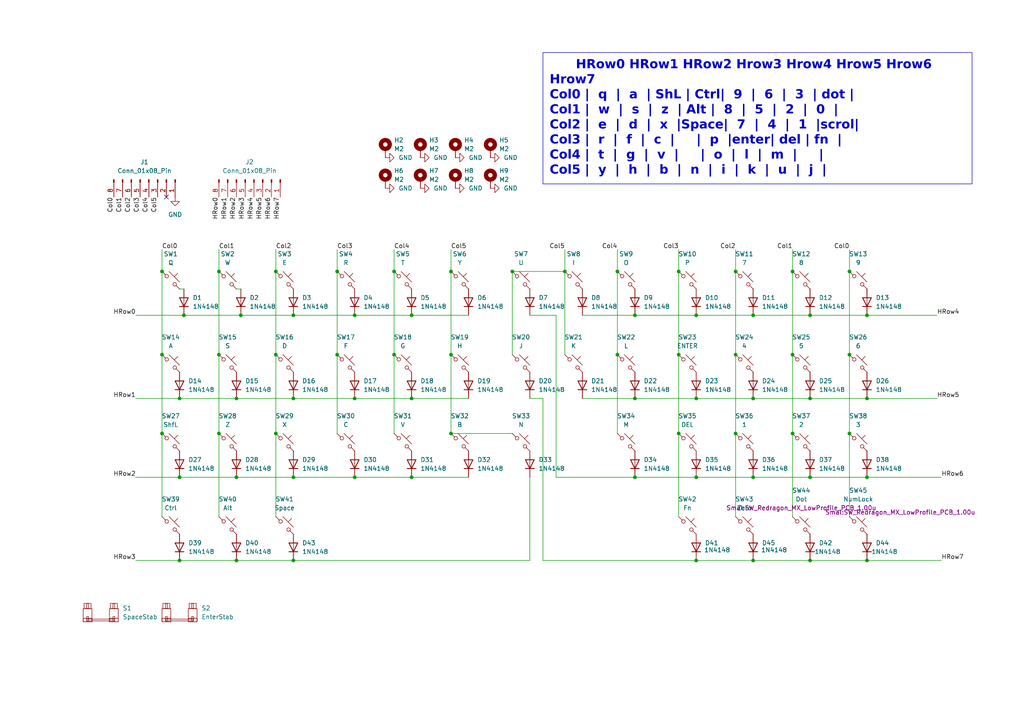
<source format=kicad_sch>
(kicad_sch (version 20231120) (generator "eeschema") (generator_version "8.0")
  (paper "A4")
  (junction (at 97.79 102.87))
  (junction (at 184.15 138.43))
  (junction (at 130.81 78.74))
  (junction (at 184.15 91.44))
  (junction (at 179.07 78.74))
  (junction (at 63.5 78.74))
  (junction (at 229.87 78.74))
  (junction (at 251.46 138.43))
  (junction (at 196.85 102.87))
  (junction (at 218.44 91.44))
  (junction (at 234.95 115.57))
  (junction (at 102.87 138.43))
  (junction (at 251.46 162.56))
  (junction (at 234.95 91.44))
  (junction (at 196.85 78.74))
  (junction (at 163.83 78.74))
  (junction (at 148.59 78.74))
  (junction (at 218.44 162.56))
  (junction (at 119.38 138.43))
  (junction (at 213.36 78.74))
  (junction (at 201.93 138.43))
  (junction (at 201.93 115.57))
  (junction (at 102.87 115.57))
  (junction (at 114.3 102.87))
  (junction (at 184.15 115.57))
  (junction (at 52.07 115.57))
  (junction (at 234.95 138.43))
  (junction (at 46.99 125.73))
  (junction (at 97.79 78.74))
  (junction (at 229.87 125.73))
  (junction (at 80.01 102.87))
  (junction (at 114.3 78.74))
  (junction (at 196.85 125.73))
  (junction (at 52.07 162.56))
  (junction (at 63.5 125.73))
  (junction (at 130.81 102.87))
  (junction (at 69.85 91.44))
  (junction (at 53.34 91.44))
  (junction (at 52.07 138.43))
  (junction (at 63.5 102.87))
  (junction (at 68.58 138.43))
  (junction (at 246.38 78.74))
  (junction (at 251.46 91.44))
  (junction (at 201.93 91.44))
  (junction (at 251.46 115.57))
  (junction (at 80.01 125.73))
  (junction (at 130.81 125.73))
  (junction (at 246.38 102.87))
  (junction (at 119.38 91.44))
  (junction (at 218.44 115.57))
  (junction (at 85.09 91.44))
  (junction (at 246.38 125.73))
  (junction (at 46.99 78.74))
  (junction (at 218.44 138.43))
  (junction (at 229.87 102.87))
  (junction (at 68.58 115.57))
  (junction (at 68.58 162.56))
  (junction (at 213.36 125.73))
  (junction (at 85.09 115.57))
  (junction (at 234.95 162.56))
  (junction (at 213.36 102.87))
  (junction (at 119.38 115.57))
  (junction (at 85.09 138.43))
  (junction (at 102.87 91.44))
  (junction (at 85.09 162.56))
  (junction (at 46.99 102.87))
  (junction (at 201.93 162.56))
  (junction (at 80.01 78.74))
  (junction (at 179.07 102.87))
  (no_connect (at 48.26 57.15))
  (wire (pts (xy 148.59 78.74) (xy 148.59 102.87)))
  (wire (pts (xy 114.3 78.74) (xy 114.3 102.87)))
  (wire (pts (xy 46.99 102.87) (xy 46.99 125.73)))
  (wire (pts (xy 119.38 138.43) (xy 135.89 138.43)))
  (wire (pts (xy 80.01 72.39) (xy 80.01 78.74)))
  (wire (pts (xy 102.87 138.43) (xy 119.38 138.43)))
  (wire (pts (xy 148.59 78.74) (xy 163.83 78.74)))
  (wire (pts (xy 80.01 78.74) (xy 80.01 102.87)))
  (wire (pts (xy 39.37 138.43) (xy 52.07 138.43)))
  (wire (pts (xy 153.67 115.57) (xy 157.48 115.57)))
  (wire (pts (xy 130.81 72.39) (xy 130.81 78.74)))
  (wire (pts (xy 251.46 115.57) (xy 271.78 115.57)))
  (wire (pts (xy 153.67 91.44) (xy 161.29 91.44)))
  (wire (pts (xy 218.44 91.44) (xy 234.95 91.44)))
  (wire (pts (xy 251.46 91.44) (xy 271.78 91.44)))
  (wire (pts (xy 46.99 72.39) (xy 46.99 78.74)))
  (wire (pts (xy 201.93 91.44) (xy 218.44 91.44)))
  (wire (pts (xy 63.5 72.39) (xy 63.5 78.74)))
  (wire (pts (xy 102.87 115.57) (xy 119.38 115.57)))
  (wire (pts (xy 153.67 162.56) (xy 153.67 138.43)))
  (wire (pts (xy 246.38 72.39) (xy 246.38 78.74)))
  (wire (pts (xy 130.81 102.87) (xy 130.81 125.73)))
  (wire (pts (xy 161.29 138.43) (xy 184.15 138.43)))
  (wire (pts (xy 196.85 72.39) (xy 196.85 78.74)))
  (wire (pts (xy 52.07 138.43) (xy 68.58 138.43)))
  (wire (pts (xy 196.85 78.74) (xy 196.85 102.87)))
  (wire (pts (xy 196.85 125.73) (xy 196.85 149.86)))
  (wire (pts (xy 234.95 91.44) (xy 251.46 91.44)))
  (wire (pts (xy 246.38 149.86) (xy 246.38 125.73)))
  (wire (pts (xy 229.87 102.87) (xy 229.87 125.73)))
  (wire (pts (xy 246.38 102.87) (xy 246.38 125.73)))
  (wire (pts (xy 218.44 162.56) (xy 234.95 162.56)))
  (wire (pts (xy 119.38 115.57) (xy 135.89 115.57)))
  (wire (pts (xy 184.15 115.57) (xy 201.93 115.57)))
  (wire (pts (xy 85.09 115.57) (xy 102.87 115.57)))
  (wire (pts (xy 163.83 78.74) (xy 163.83 102.87)))
  (wire (pts (xy 213.36 102.87) (xy 213.36 125.73)))
  (wire (pts (xy 80.01 125.73) (xy 80.01 149.86)))
  (wire (pts (xy 168.91 115.57) (xy 184.15 115.57)))
  (wire (pts (xy 179.07 72.39) (xy 179.07 78.74)))
  (wire (pts (xy 85.09 138.43) (xy 102.87 138.43)))
  (wire (pts (xy 234.95 162.56) (xy 251.46 162.56)))
  (wire (pts (xy 46.99 125.73) (xy 46.99 149.86)))
  (wire (pts (xy 52.07 162.56) (xy 68.58 162.56)))
  (wire (pts (xy 229.87 78.74) (xy 229.87 102.87)))
  (wire (pts (xy 148.59 125.73) (xy 130.81 125.73)))
  (wire (pts (xy 161.29 91.44) (xy 161.29 138.43)))
  (wire (pts (xy 184.15 91.44) (xy 201.93 91.44)))
  (wire (pts (xy 114.3 72.39) (xy 114.3 78.74)))
  (wire (pts (xy 97.79 78.74) (xy 97.79 102.87)))
  (wire (pts (xy 213.36 125.73) (xy 213.36 149.86)))
  (wire (pts (xy 114.3 102.87) (xy 114.3 125.73)))
  (wire (pts (xy 39.37 115.57) (xy 52.07 115.57)))
  (wire (pts (xy 218.44 138.43) (xy 234.95 138.43)))
  (wire (pts (xy 97.79 72.39) (xy 97.79 78.74)))
  (wire (pts (xy 52.07 115.57) (xy 68.58 115.57)))
  (wire (pts (xy 46.99 78.74) (xy 46.99 102.87)))
  (wire (pts (xy 251.46 162.56) (xy 273.05 162.56)))
  (wire (pts (xy 234.95 115.57) (xy 251.46 115.57)))
  (wire (pts (xy 119.38 91.44) (xy 135.89 91.44)))
  (wire (pts (xy 39.37 162.56) (xy 52.07 162.56)))
  (wire (pts (xy 85.09 162.56) (xy 153.67 162.56)))
  (wire (pts (xy 102.87 91.44) (xy 119.38 91.44)))
  (wire (pts (xy 157.48 162.56) (xy 201.93 162.56)))
  (wire (pts (xy 213.36 78.74) (xy 213.36 102.87)))
  (wire (pts (xy 201.93 115.57) (xy 218.44 115.57)))
  (wire (pts (xy 234.95 138.43) (xy 251.46 138.43)))
  (wire (pts (xy 218.44 115.57) (xy 234.95 115.57)))
  (wire (pts (xy 213.36 72.39) (xy 213.36 78.74)))
  (wire (pts (xy 184.15 138.43) (xy 201.93 138.43)))
  (wire (pts (xy 63.5 125.73) (xy 63.5 149.86)))
  (wire (pts (xy 69.85 83.82) (xy 68.58 83.82)))
  (wire (pts (xy 85.09 91.44) (xy 102.87 91.44)))
  (wire (pts (xy 63.5 78.74) (xy 63.5 102.87)))
  (wire (pts (xy 63.5 102.87) (xy 63.5 125.73)))
  (wire (pts (xy 229.87 125.73) (xy 229.87 149.86)))
  (wire (pts (xy 179.07 78.74) (xy 179.07 102.87)))
  (wire (pts (xy 130.81 78.74) (xy 130.81 102.87)))
  (wire (pts (xy 157.48 115.57) (xy 157.48 162.56)))
  (wire (pts (xy 39.37 91.44) (xy 53.34 91.44)))
  (wire (pts (xy 68.58 162.56) (xy 85.09 162.56)))
  (wire (pts (xy 246.38 78.74) (xy 246.38 102.87)))
  (wire (pts (xy 251.46 138.43) (xy 273.05 138.43)))
  (wire (pts (xy 196.85 102.87) (xy 196.85 125.73)))
  (wire (pts (xy 179.07 102.87) (xy 179.07 125.73)))
  (wire (pts (xy 69.85 91.44) (xy 85.09 91.44)))
  (wire (pts (xy 53.34 83.82) (xy 52.07 83.82)))
  (wire (pts (xy 80.01 102.87) (xy 80.01 125.73)))
  (wire (pts (xy 201.93 138.43) (xy 218.44 138.43)))
  (wire (pts (xy 68.58 138.43) (xy 85.09 138.43)))
  (wire (pts (xy 53.34 91.44) (xy 69.85 91.44)))
  (wire (pts (xy 68.58 115.57) (xy 85.09 115.57)))
  (wire (pts (xy 229.87 72.39) (xy 229.87 78.74)))
  (wire (pts (xy 97.79 102.87) (xy 97.79 125.73)))
  (wire (pts (xy 168.91 91.44) (xy 184.15 91.44)))
  (wire (pts (xy 201.93 162.56) (xy 218.44 162.56)))
  (wire (pts (xy 163.83 72.39) (xy 163.83 78.74)))
  (text_box "      HRow0 HRow1 HRow2 Hrow3 Hrow4 Hrow5 Hrow6 Hrow7\nCol0 |  q  |  a  | ShL | Ctrl|  9  |  6  |  3  | dot |\nCol1 |  w  |  s  |  z  | Alt |  8  |  5  |  2  |  0  |\nCol2 |  e  |  d  |  x  |Space|  7  |  4  |  1  |scrol|\nCol3 |  r  |  f  |  c  |     |  p  |enter| del | fn  |\nCol4 |  t  |  g  |  v  |     |  o  |  l  |  m  |     |\nCol5 |  y  |  h  |  b  |  n  |  i  |  k  |  u  |  j  |" (at 157.48 15.24 0) (size 124.46 38.1) (effects (font (size 2.6 2.6) (thickness 0.52) (bold yes)) (justify left top)))
  (label "Col2" (at 213.36 72.39 180))
  (label "HRow4" (at 271.78 91.44 0))
  (label "HRow3" (at 39.37 162.56 180))
  (label "Col2" (at 80.01 72.39 0))
  (label "HRow5" (at 271.78 115.57 0))
  (label "Col5" (at 45.72 57.15 270))
  (label "HRow6" (at 273.05 138.43 0))
  (label "Col3" (at 97.79 72.39 0))
  (label "Col4" (at 43.18 57.15 270))
  (label "HRow6" (at 78.74 57.15 270))
  (label "Col3" (at 196.85 72.39 180))
  (label "Col0" (at 33.02 57.15 270))
  (label "HRow7" (at 81.28 57.15 270))
  (label "Col3" (at 40.64 57.15 270))
  (label "Col0" (at 246.38 72.39 180))
  (label "HRow3" (at 71.12 57.15 270))
  (label "HRow2" (at 39.37 138.43 180))
  (label "HRow4" (at 73.66 57.15 270))
  (label "HRow1" (at 66.04 57.15 270))
  (label "HRow2" (at 68.58 57.15 270))
  (label "Col1" (at 35.56 57.15 270))
  (label "Col4" (at 179.07 72.39 180))
  (label "HRow5" (at 76.2 57.15 270))
  (label "Col2" (at 38.1 57.15 270))
  (label "Col0" (at 46.99 72.39 0))
  (label "Col1" (at 229.87 72.39 180))
  (label "Col1" (at 63.5 72.39 0))
  (label "HRow1" (at 39.37 115.57 180))
  (label "Col5" (at 130.81 72.39 0))
  (label "HRow0" (at 39.37 91.44 180))
  (label "HRow7" (at 273.05 162.56 0))
  (label "HRow0" (at 63.5 57.15 270))
  (label "Col5" (at 163.83 72.39 180))
  (label "Col4" (at 114.3 72.39 0))
  (symbol (lib_id "Mechanical:MountingHole_Pad") (at 111.76 52.07 0) (unit 1) (exclude_from_sim yes) (in_bom no)
    (property "Reference" "H6" (at 114.3 49.5299 0) (effects (justify left)))
    (property "Value" "M2" (at 114.3 52.0699 0) (effects (justify left)))
    (property "Footprint" "MountingHole:MountingHole_2.2mm_M2_Pad" (effects (hide yes)))
    (property "Description" "Mounting Hole with connection" (effects (hide yes)))
  )
  (symbol (lib_id "Diode:1N4148") (at 85.09 134.62 90) (unit 1)
    (property "Reference" "D29" (at 87.63 133.3499 90) (effects (justify right)))
    (property "Value" "1N4148" (at 87.63 135.8899 90) (effects (justify right)))
    (property "Footprint" "Diode_THT:D_DO-35_SOD27_P7.62mm_Horizontal" (effects (hide yes)))
    (property "Datasheet" "https://assets.nexperia.com/documents/data-sheet/1N4148_1N4448.pdf" (effects (hide yes)))
    (property "Description" "100V 0.15A standard switching diode, DO-35" (effects (hide yes)))
    (property "Sim.Device" "D" (effects (hide yes)))
    (property "Sim.Pins" "1=K 2=A" (effects (hide yes)))
  )
  (symbol (lib_id "Mechanical:MountingHole_Pad") (at 121.92 52.07 0) (unit 1) (exclude_from_sim yes) (in_bom no)
    (property "Reference" "H7" (at 124.46 49.5299 0) (effects (justify left)))
    (property "Value" "M2" (at 124.46 52.0699 0) (effects (justify left)))
    (property "Footprint" "MountingHole:MountingHole_2.2mm_M2_Pad" (effects (hide yes)))
    (property "Description" "Mounting Hole with connection" (effects (hide yes)))
  )
  (symbol (lib_id "Mechanical:MountingHole_Pad") (at 111.76 43.18 0) (unit 1) (exclude_from_sim yes) (in_bom no)
    (property "Reference" "H2" (at 114.3 40.6399 0) (effects (justify left)))
    (property "Value" "M2" (at 114.3 43.1799 0) (effects (justify left)))
    (property "Footprint" "MountingHole:MountingHole_2.2mm_M2_Pad" (effects (hide yes)))
    (property "Description" "Mounting Hole with connection" (effects (hide yes)))
  )
  (symbol (lib_id "Switch:SW_Push_45deg") (at 215.9 128.27 0) (unit 1)
    (property "Reference" "SW36" (at 215.9 120.65 0))
    (property "Value" "1" (at 215.9 123.19 0))
    (property "Footprint" "SMAL:SW_Redragon_MX_LowProfile_PCB_1.00u" (effects (hide yes)))
    (property "Description" "Push button switch, normally open, two pins, 45° tilted" (effects (hide yes)))
  )
  (symbol (lib_id "Diode:1N4148") (at 52.07 111.76 90) (unit 1)
    (property "Reference" "D14" (at 54.61 110.4899 90) (effects (justify right)))
    (property "Value" "1N4148" (at 54.61 113.0299 90) (effects (justify right)))
    (property "Footprint" "Diode_THT:D_DO-35_SOD27_P7.62mm_Horizontal" (effects (hide yes)))
    (property "Datasheet" "https://assets.nexperia.com/documents/data-sheet/1N4148_1N4448.pdf" (effects (hide yes)))
    (property "Description" "100V 0.15A standard switching diode, DO-35" (effects (hide yes)))
    (property "Sim.Device" "D" (effects (hide yes)))
    (property "Sim.Pins" "1=K 2=A" (effects (hide yes)))
  )
  (symbol (lib_id "Diode:1N4148") (at 184.15 134.62 90) (unit 1)
    (property "Reference" "D34" (at 186.69 133.3499 90) (effects (justify right)))
    (property "Value" "1N4148" (at 186.69 135.8899 90) (effects (justify right)))
    (property "Footprint" "Diode_THT:D_DO-35_SOD27_P7.62mm_Horizontal" (effects (hide yes)))
    (property "Datasheet" "https://assets.nexperia.com/documents/data-sheet/1N4148_1N4448.pdf" (effects (hide yes)))
    (property "Description" "100V 0.15A standard switching diode, DO-35" (effects (hide yes)))
    (property "Sim.Device" "D" (effects (hide yes)))
    (property "Sim.Pins" "1=K 2=A" (effects (hide yes)))
  )
  (symbol (lib_id "Switch:SW_Push_45deg") (at 166.37 105.41 0) (unit 1)
    (property "Reference" "SW21" (at 166.37 97.79 0))
    (property "Value" "K" (at 166.37 100.33 0))
    (property "Footprint" "SMAL:SW_Redragon_MX_LowProfile_PCB_1.00u" (effects (hide yes)))
    (property "Description" "Push button switch, normally open, two pins, 45° tilted" (effects (hide yes)))
  )
  (symbol (lib_id "Switch:SW_Push_45deg") (at 82.55 152.4 0) (unit 1)
    (property "Reference" "SW41" (at 82.55 144.78 0))
    (property "Value" "Space" (at 82.55 147.32 0))
    (property "Footprint" "SMAL:SW_Redragon_MX_LowProfile_PCB_7.00u" (effects (hide yes)))
    (property "Description" "Push button switch, normally open, two pins, 45° tilted" (effects (hide yes)))
  )
  (symbol (lib_id "Diode:1N4148") (at 218.44 134.62 90) (unit 1)
    (property "Reference" "D36" (at 220.98 133.3499 90) (effects (justify right)))
    (property "Value" "1N4148" (at 220.98 135.8899 90) (effects (justify right)))
    (property "Footprint" "Diode_THT:D_DO-35_SOD27_P7.62mm_Horizontal" (effects (hide yes)))
    (property "Datasheet" "https://assets.nexperia.com/documents/data-sheet/1N4148_1N4448.pdf" (effects (hide yes)))
    (property "Description" "100V 0.15A standard switching diode, DO-35" (effects (hide yes)))
    (property "Sim.Device" "D" (effects (hide yes)))
    (property "Sim.Pins" "1=K 2=A" (effects (hide yes)))
  )
  (symbol (lib_id "Switch:SW_Push_45deg") (at 116.84 81.28 0) (unit 1)
    (property "Reference" "SW5" (at 116.84 73.66 0))
    (property "Value" "T" (at 116.84 76.2 0))
    (property "Footprint" "SMAL:SW_Redragon_MX_LowProfile_PCB_1.00u" (effects (hide yes)))
    (property "Description" "Push button switch, normally open, two pins, 45° tilted" (effects (hide yes)))
  )
  (symbol (lib_id "Mechanical:MountingHole_Pad") (at 121.92 43.18 0) (unit 1) (exclude_from_sim yes) (in_bom no)
    (property "Reference" "H3" (at 124.46 40.6399 0) (effects (justify left)))
    (property "Value" "M2" (at 124.46 43.1799 0) (effects (justify left)))
    (property "Footprint" "MountingHole:MountingHole_2.2mm_M2_Pad" (effects (hide yes)))
    (property "Description" "Mounting Hole with connection" (effects (hide yes)))
  )
  (symbol (lib_id "Switch:SW_Push_45deg") (at 49.53 152.4 0) (unit 1)
    (property "Reference" "SW39" (at 49.53 144.78 0))
    (property "Value" "Ctrl" (at 49.53 147.32 0))
    (property "Footprint" "SMAL:SW_Redragon_MX_LowProfile_PCB_1.00u" (effects (hide yes)))
    (property "Description" "Push button switch, normally open, two pins, 45° tilted" (effects (hide yes)))
  )
  (symbol (lib_id "Switch:SW_Push_45deg") (at 232.41 81.28 0) (unit 1)
    (property "Reference" "SW12" (at 232.41 73.66 0))
    (property "Value" "8" (at 232.41 76.2 0))
    (property "Footprint" "SMAL:SW_Redragon_MX_LowProfile_PCB_1.00u" (effects (hide yes)))
    (property "Description" "Push button switch, normally open, two pins, 45° tilted" (effects (hide yes)))
  )
  (symbol (lib_id "Switch:SW_Push_45deg") (at 133.35 128.27 0) (unit 1)
    (property "Reference" "SW32" (at 133.35 120.65 0))
    (property "Value" "B" (at 133.35 123.19 0))
    (property "Footprint" "SMAL:SW_Redragon_MX_LowProfile_PCB_1.00u" (effects (hide yes)))
    (property "Description" "Push button switch, normally open, two pins, 45° tilted" (effects (hide yes)))
  )
  (symbol (lib_id "Diode:1N4148") (at 251.46 87.63 90) (unit 1)
    (property "Reference" "D13" (at 254 86.3599 90) (effects (justify right)))
    (property "Value" "1N4148" (at 254 88.8999 90) (effects (justify right)))
    (property "Footprint" "Diode_THT:D_DO-35_SOD27_P7.62mm_Horizontal" (effects (hide yes)))
    (property "Datasheet" "https://assets.nexperia.com/documents/data-sheet/1N4148_1N4448.pdf" (effects (hide yes)))
    (property "Description" "100V 0.15A standard switching diode, DO-35" (effects (hide yes)))
    (property "Sim.Device" "D" (effects (hide yes)))
    (property "Sim.Pins" "1=K 2=A" (effects (hide yes)))
  )
  (symbol (lib_id "Switch:SW_Push_45deg") (at 232.41 128.27 0) (unit 1)
    (property "Reference" "SW37" (at 232.41 120.65 0))
    (property "Value" "2" (at 232.41 123.19 0))
    (property "Footprint" "SMAL:SW_Redragon_MX_LowProfile_PCB_1.00u" (effects (hide yes)))
    (property "Description" "Push button switch, normally open, two pins, 45° tilted" (effects (hide yes)))
  )
  (symbol (lib_id "Switch:SW_Push_45deg") (at 151.13 128.27 0) (unit 1)
    (property "Reference" "SW33" (at 151.13 120.65 0))
    (property "Value" "N" (at 151.13 123.19 0))
    (property "Footprint" "SMAL:SW_Redragon_MX_LowProfile_PCB_1.00u" (effects (hide yes)))
    (property "Description" "Push button switch, normally open, two pins, 45° tilted" (effects (hide yes)))
  )
  (symbol (lib_id "Diode:1N4148") (at 218.44 111.76 90) (unit 1)
    (property "Reference" "D24" (at 220.98 110.4899 90) (effects (justify right)))
    (property "Value" "1N4148" (at 220.98 113.0299 90) (effects (justify right)))
    (property "Footprint" "Diode_THT:D_DO-35_SOD27_P7.62mm_Horizontal" (effects (hide yes)))
    (property "Datasheet" "https://assets.nexperia.com/documents/data-sheet/1N4148_1N4448.pdf" (effects (hide yes)))
    (property "Description" "100V 0.15A standard switching diode, DO-35" (effects (hide yes)))
    (property "Sim.Device" "D" (effects (hide yes)))
    (property "Sim.Pins" "1=K 2=A" (effects (hide yes)))
  )
  (symbol (lib_id "Diode:1N4148") (at 184.15 111.76 90) (unit 1)
    (property "Reference" "D22" (at 186.69 110.4899 90) (effects (justify right)))
    (property "Value" "1N4148" (at 186.69 113.0299 90) (effects (justify right)))
    (property "Footprint" "Diode_THT:D_DO-35_SOD27_P7.62mm_Horizontal" (effects (hide yes)))
    (property "Datasheet" "https://assets.nexperia.com/documents/data-sheet/1N4148_1N4448.pdf" (effects (hide yes)))
    (property "Description" "100V 0.15A standard switching diode, DO-35" (effects (hide yes)))
    (property "Sim.Device" "D" (effects (hide yes)))
    (property "Sim.Pins" "1=K 2=A" (effects (hide yes)))
  )
  (symbol (lib_id "Diode:1N4148") (at 135.89 111.76 90) (unit 1)
    (property "Reference" "D19" (at 138.43 110.4899 90) (effects (justify right)))
    (property "Value" "1N4148" (at 138.43 113.0299 90) (effects (justify right)))
    (property "Footprint" "Diode_THT:D_DO-35_SOD27_P7.62mm_Horizontal" (effects (hide yes)))
    (property "Datasheet" "https://assets.nexperia.com/documents/data-sheet/1N4148_1N4448.pdf" (effects (hide yes)))
    (property "Description" "100V 0.15A standard switching diode, DO-35" (effects (hide yes)))
    (property "Sim.Device" "D" (effects (hide yes)))
    (property "Sim.Pins" "1=K 2=A" (effects (hide yes)))
  )
  (symbol (lib_id "Diode:1N4148") (at 168.91 111.76 90) (unit 1)
    (property "Reference" "D21" (at 171.45 110.4899 90) (effects (justify right)))
    (property "Value" "1N4148" (at 171.45 113.0299 90) (effects (justify right)))
    (property "Footprint" "Diode_THT:D_DO-35_SOD27_P7.62mm_Horizontal" (effects (hide yes)))
    (property "Datasheet" "https://assets.nexperia.com/documents/data-sheet/1N4148_1N4448.pdf" (effects (hide yes)))
    (property "Description" "100V 0.15A standard switching diode, DO-35" (effects (hide yes)))
    (property "Sim.Device" "D" (effects (hide yes)))
    (property "Sim.Pins" "1=K 2=A" (effects (hide yes)))
  )
  (symbol (lib_id "Switch:SW_Push_45deg") (at 66.04 81.28 0) (unit 1)
    (property "Reference" "SW2" (at 66.04 73.66 0))
    (property "Value" "W" (at 66.04 76.2 0))
    (property "Footprint" "SMAL:SW_Redragon_MX_LowProfile_PCB_1.00u" (effects (hide yes)))
    (property "Description" "Push button switch, normally open, two pins, 45° tilted" (effects (hide yes)))
  )
  (symbol (lib_id "Diode:1N4148") (at 201.93 87.63 90) (unit 1)
    (property "Reference" "D10" (at 204.47 86.3599 90) (effects (justify right)))
    (property "Value" "1N4148" (at 204.47 88.8999 90) (effects (justify right)))
    (property "Footprint" "Diode_THT:D_DO-35_SOD27_P7.62mm_Horizontal" (effects (hide yes)))
    (property "Datasheet" "https://assets.nexperia.com/documents/data-sheet/1N4148_1N4448.pdf" (effects (hide yes)))
    (property "Description" "100V 0.15A standard switching diode, DO-35" (effects (hide yes)))
    (property "Sim.Device" "D" (effects (hide yes)))
    (property "Sim.Pins" "1=K 2=A" (effects (hide yes)))
  )
  (symbol (lib_id "Connector:Conn_01x08_Pin") (at 73.66 52.07 270) (unit 1)
    (property "Reference" "J2" (at 72.39 46.99 90))
    (property "Value" "Conn_01x08_Pin" (at 72.39 49.53 90))
    (property "Footprint" "Connector_PinHeader_2.54mm:PinHeader_1x08_P2.54mm_Vertical" (effects (hide yes)))
    (property "Description" "Generic connector, single row, 01x08, script generated" (effects (hide yes)))
  )
  (symbol (lib_id "Switch:SW_Push_45deg") (at 66.04 105.41 0) (unit 1)
    (property "Reference" "SW15" (at 66.04 97.79 0))
    (property "Value" "S" (at 66.04 100.33 0))
    (property "Footprint" "SMAL:SW_Redragon_MX_LowProfile_PCB_1.00u" (effects (hide yes)))
    (property "Description" "Push button switch, normally open, two pins, 45° tilted" (effects (hide yes)))
  )
  (symbol (lib_id "Diode:1N4148") (at 234.95 111.76 90) (unit 1)
    (property "Reference" "D25" (at 237.49 110.4899 90) (effects (justify right)))
    (property "Value" "1N4148" (at 237.49 113.0299 90) (effects (justify right)))
    (property "Footprint" "Diode_THT:D_DO-35_SOD27_P7.62mm_Horizontal" (effects (hide yes)))
    (property "Datasheet" "https://assets.nexperia.com/documents/data-sheet/1N4148_1N4448.pdf" (effects (hide yes)))
    (property "Description" "100V 0.15A standard switching diode, DO-35" (effects (hide yes)))
    (property "Sim.Device" "D" (effects (hide yes)))
    (property "Sim.Pins" "1=K 2=A" (effects (hide yes)))
  )
  (symbol (lib_id "Diode:1N4148") (at 53.34 87.63 90) (unit 1)
    (property "Reference" "D1" (at 55.88 86.3599 90) (effects (justify right)))
    (property "Value" "1N4148" (at 55.88 88.8999 90) (effects (justify right)))
    (property "Footprint" "Diode_THT:D_DO-35_SOD27_P7.62mm_Horizontal" (effects (hide yes)))
    (property "Datasheet" "https://assets.nexperia.com/documents/data-sheet/1N4148_1N4448.pdf" (effects (hide yes)))
    (property "Description" "100V 0.15A standard switching diode, DO-35" (effects (hide yes)))
    (property "Sim.Device" "D" (effects (hide yes)))
    (property "Sim.Pins" "1=K 2=A" (effects (hide yes)))
  )
  (symbol (lib_id "Switch:SW_Push_45deg") (at 100.33 105.41 0) (unit 1)
    (property "Reference" "SW17" (at 100.33 97.79 0))
    (property "Value" "F" (at 100.33 100.33 0))
    (property "Footprint" "SMAL:SW_Redragon_MX_LowProfile_PCB_1.00u" (effects (hide yes)))
    (property "Description" "Push button switch, normally open, two pins, 45° tilted" (effects (hide yes)))
  )
  (symbol (lib_id "Diode:1N4148") (at 102.87 111.76 90) (unit 1)
    (property "Reference" "D17" (at 105.41 110.4899 90) (effects (justify right)))
    (property "Value" "1N4148" (at 105.41 113.0299 90) (effects (justify right)))
    (property "Footprint" "Diode_THT:D_DO-35_SOD27_P7.62mm_Horizontal" (effects (hide yes)))
    (property "Datasheet" "https://assets.nexperia.com/documents/data-sheet/1N4148_1N4448.pdf" (effects (hide yes)))
    (property "Description" "100V 0.15A standard switching diode, DO-35" (effects (hide yes)))
    (property "Sim.Device" "D" (effects (hide yes)))
    (property "Sim.Pins" "1=K 2=A" (effects (hide yes)))
  )
  (symbol (lib_id "Switch:SW_Push_45deg") (at 199.39 152.4 0) (unit 1)
    (property "Reference" "SW42" (at 199.39 144.78 0))
    (property "Value" "Fn" (at 199.39 147.32 0))
    (property "Footprint" "SMAL:SW_Redragon_MX_LowProfile_PCB_1.00u" (effects (hide yes)))
    (property "Description" "Push button switch, normally open, two pins, 45° tilted" (effects (hide yes)))
  )
  (symbol (lib_id "Switch:SW_Push_45deg") (at 133.35 81.28 0) (unit 1)
    (property "Reference" "SW6" (at 133.35 73.66 0))
    (property "Value" "Y" (at 133.35 76.2 0))
    (property "Footprint" "SMAL:SW_Redragon_MX_LowProfile_PCB_1.00u" (effects (hide yes)))
    (property "Description" "Push button switch, normally open, two pins, 45° tilted" (effects (hide yes)))
  )
  (symbol (lib_id "Switch:SW_Push_45deg") (at 232.41 105.41 0) (unit 1)
    (property "Reference" "SW25" (at 232.41 97.79 0))
    (property "Value" "5" (at 232.41 100.33 0))
    (property "Footprint" "SMAL:SW_Redragon_MX_LowProfile_PCB_1.00u" (effects (hide yes)))
    (property "Description" "Push button switch, normally open, two pins, 45° tilted" (effects (hide yes)))
  )
  (symbol (lib_id "Diode:1N4148") (at 201.93 134.62 90) (unit 1)
    (property "Reference" "D35" (at 204.47 133.3499 90) (effects (justify right)))
    (property "Value" "1N4148" (at 204.47 135.8899 90) (effects (justify right)))
    (property "Footprint" "Diode_THT:D_DO-35_SOD27_P7.62mm_Horizontal" (effects (hide yes)))
    (property "Datasheet" "https://assets.nexperia.com/documents/data-sheet/1N4148_1N4448.pdf" (effects (hide yes)))
    (property "Description" "100V 0.15A standard switching diode, DO-35" (effects (hide yes)))
    (property "Sim.Device" "D" (effects (hide yes)))
    (property "Sim.Pins" "1=K 2=A" (effects (hide yes)))
  )
  (symbol (lib_id "power:GND") (at 132.08 45.72 90) (unit 1)
    (property "Reference" "#PWR01" (effects (hide yes)))
    (property "Value" "GND" (at 135.89 45.7199 90) (effects (justify right)))
    (property "Description" "Power symbol creates a global label with name \"GND\" , ground" (effects (hide yes)))
  )
  (symbol (lib_id "power:GND") (at 142.24 54.61 90) (unit 1)
    (property "Reference" "#PWR018" (effects (hide yes)))
    (property "Value" "GND" (at 146.05 54.6099 90) (effects (justify right)))
    (property "Description" "Power symbol creates a global label with name \"GND\" , ground" (effects (hide yes)))
  )
  (symbol (lib_id "Mechanical:MountingHole_Pad") (at 132.08 52.07 0) (unit 1) (exclude_from_sim yes) (in_bom no)
    (property "Reference" "H8" (at 134.62 49.5299 0) (effects (justify left)))
    (property "Value" "M2" (at 134.62 52.0699 0) (effects (justify left)))
    (property "Footprint" "MountingHole:MountingHole_2.2mm_M2_Pad" (effects (hide yes)))
    (property "Description" "Mounting Hole with connection" (effects (hide yes)))
  )
  (symbol (lib_id "Diode:1N4148") (at 119.38 87.63 90) (unit 1)
    (property "Reference" "D5" (at 121.92 86.3599 90) (effects (justify right)))
    (property "Value" "1N4148" (at 121.92 88.8999 90) (effects (justify right)))
    (property "Footprint" "Diode_THT:D_DO-35_SOD27_P7.62mm_Horizontal" (effects (hide yes)))
    (property "Datasheet" "https://assets.nexperia.com/documents/data-sheet/1N4148_1N4448.pdf" (effects (hide yes)))
    (property "Description" "100V 0.15A standard switching diode, DO-35" (effects (hide yes)))
    (property "Sim.Device" "D" (effects (hide yes)))
    (property "Sim.Pins" "1=K 2=A" (effects (hide yes)))
  )
  (symbol (lib_id "Diode:1N4148") (at 153.67 111.76 90) (unit 1)
    (property "Reference" "D20" (at 156.21 110.4899 90) (effects (justify right)))
    (property "Value" "1N4148" (at 156.21 113.0299 90) (effects (justify right)))
    (property "Footprint" "Diode_THT:D_DO-35_SOD27_P7.62mm_Horizontal" (effects (hide yes)))
    (property "Datasheet" "https://assets.nexperia.com/documents/data-sheet/1N4148_1N4448.pdf" (effects (hide yes)))
    (property "Description" "100V 0.15A standard switching diode, DO-35" (effects (hide yes)))
    (property "Sim.Device" "D" (effects (hide yes)))
    (property "Sim.Pins" "1=K 2=A" (effects (hide yes)))
  )
  (symbol (lib_id "Switch:SW_Push_45deg") (at 232.41 152.4 0) (unit 1)
    (property "Reference" "SW44" (at 232.41 142.24 0))
    (property "Value" "Dot" (at 232.41 144.78 0))
    (property "Footprint" "Smal:SW_Redragon_MX_LowProfile_PCB_1.00u" (at 232.41 147.32 0))
    (property "Description" "Push button switch, normally open, two pins, 45° tilted" (effects (hide yes)))
  )
  (symbol (lib_id "power:GND") (at 111.76 54.61 90) (unit 1)
    (property "Reference" "#PWR015" (effects (hide yes)))
    (property "Value" "GND" (at 115.57 54.6099 90) (effects (justify right)))
    (property "Description" "Power symbol creates a global label with name \"GND\" , ground" (effects (hide yes)))
  )
  (symbol (lib_id "Switch:SW_Push_45deg") (at 181.61 105.41 0) (unit 1)
    (property "Reference" "SW22" (at 181.61 97.79 0))
    (property "Value" "L" (at 181.61 100.33 0))
    (property "Footprint" "SMAL:SW_Redragon_MX_LowProfile_PCB_1.00u" (effects (hide yes)))
    (property "Description" "Push button switch, normally open, two pins, 45° tilted" (effects (hide yes)))
  )
  (symbol (lib_id "Diode:1N4148") (at 234.95 158.75 90) (unit 1)
    (property "Reference" "D42" (at 237.49 157.4799 90) (effects (justify right)))
    (property "Value" "1N4148" (at 236.22 160.0199 90) (effects (justify right)))
    (property "Footprint" "Diode_THT:D_DO-35_SOD27_P7.62mm_Horizontal" (effects (hide yes)))
    (property "Datasheet" "https://assets.nexperia.com/documents/data-sheet/1N4148_1N4448.pdf" (effects (hide yes)))
    (property "Description" "100V 0.15A standard switching diode, DO-35" (effects (hide yes)))
    (property "Sim.Device" "D" (effects (hide yes)))
    (property "Sim.Pins" "1=K 2=A" (effects (hide yes)))
  )
  (symbol (lib_id "Diode:1N4148") (at 201.93 111.76 90) (unit 1)
    (property "Reference" "D23" (at 204.47 110.4899 90) (effects (justify right)))
    (property "Value" "1N4148" (at 204.47 113.0299 90) (effects (justify right)))
    (property "Footprint" "Diode_THT:D_DO-35_SOD27_P7.62mm_Horizontal" (effects (hide yes)))
    (property "Datasheet" "https://assets.nexperia.com/documents/data-sheet/1N4148_1N4448.pdf" (effects (hide yes)))
    (property "Description" "100V 0.15A standard switching diode, DO-35" (effects (hide yes)))
    (property "Sim.Device" "D" (effects (hide yes)))
    (property "Sim.Pins" "1=K 2=A" (effects (hide yes)))
  )
  (symbol (lib_id "Diode:1N4148") (at 135.89 87.63 90) (unit 1)
    (property "Reference" "D6" (at 138.43 86.3599 90) (effects (justify right)))
    (property "Value" "1N4148" (at 138.43 88.8999 90) (effects (justify right)))
    (property "Footprint" "Diode_THT:D_DO-35_SOD27_P7.62mm_Horizontal" (effects (hide yes)))
    (property "Datasheet" "https://assets.nexperia.com/documents/data-sheet/1N4148_1N4448.pdf" (effects (hide yes)))
    (property "Description" "100V 0.15A standard switching diode, DO-35" (effects (hide yes)))
    (property "Sim.Device" "D" (effects (hide yes)))
    (property "Sim.Pins" "1=K 2=A" (effects (hide yes)))
  )
  (symbol (lib_id "Switch:SW_Push_45deg") (at 199.39 128.27 0) (unit 1)
    (property "Reference" "SW35" (at 199.39 120.65 0))
    (property "Value" "DEL" (at 199.39 123.19 0))
    (property "Footprint" "SMAL:SW_Redragon_MX_LowProfile_PCB_1.00u" (effects (hide yes)))
    (property "Description" "Push button switch, normally open, two pins, 45° tilted" (effects (hide yes)))
  )
  (symbol (lib_id "Switch:SW_Push_45deg") (at 215.9 105.41 0) (unit 1)
    (property "Reference" "SW24" (at 215.9 97.79 0))
    (property "Value" "4" (at 215.9 100.33 0))
    (property "Footprint" "SMAL:SW_Redragon_MX_LowProfile_PCB_1.00u" (effects (hide yes)))
    (property "Description" "Push button switch, normally open, two pins, 45° tilted" (effects (hide yes)))
  )
  (symbol (lib_id "Diode:1N4148") (at 218.44 87.63 90) (unit 1)
    (property "Reference" "D11" (at 220.98 86.3599 90) (effects (justify right)))
    (property "Value" "1N4148" (at 220.98 88.8999 90) (effects (justify right)))
    (property "Footprint" "Diode_THT:D_DO-35_SOD27_P7.62mm_Horizontal" (effects (hide yes)))
    (property "Datasheet" "https://assets.nexperia.com/documents/data-sheet/1N4148_1N4448.pdf" (effects (hide yes)))
    (property "Description" "100V 0.15A standard switching diode, DO-35" (effects (hide yes)))
    (property "Sim.Device" "D" (effects (hide yes)))
    (property "Sim.Pins" "1=K 2=A" (effects (hide yes)))
  )
  (symbol (lib_id "Diode:1N4148") (at 119.38 134.62 90) (unit 1)
    (property "Reference" "D31" (at 121.92 133.3499 90) (effects (justify right)))
    (property "Value" "1N4148" (at 121.92 135.8899 90) (effects (justify right)))
    (property "Footprint" "Diode_THT:D_DO-35_SOD27_P7.62mm_Horizontal" (effects (hide yes)))
    (property "Datasheet" "https://assets.nexperia.com/documents/data-sheet/1N4148_1N4448.pdf" (effects (hide yes)))
    (property "Description" "100V 0.15A standard switching diode, DO-35" (effects (hide yes)))
    (property "Sim.Device" "D" (effects (hide yes)))
    (property "Sim.Pins" "1=K 2=A" (effects (hide yes)))
  )
  (symbol (lib_id "power:GND") (at 121.92 54.61 90) (unit 1)
    (property "Reference" "#PWR016" (effects (hide yes)))
    (property "Value" "GND" (at 125.73 54.6099 90) (effects (justify right)))
    (property "Description" "Power symbol creates a global label with name \"GND\" , ground" (effects (hide yes)))
  )
  (symbol (lib_id "Switch:SW_Push_45deg") (at 82.55 128.27 0) (unit 1)
    (property "Reference" "SW29" (at 82.55 120.65 0))
    (property "Value" "X" (at 82.55 123.19 0))
    (property "Footprint" "SMAL:SW_Redragon_MX_LowProfile_PCB_1.00u" (effects (hide yes)))
    (property "Description" "Push button switch, normally open, two pins, 45° tilted" (effects (hide yes)))
  )
  (symbol (lib_id "power:GND") (at 132.08 54.61 90) (unit 1)
    (property "Reference" "#PWR017" (effects (hide yes)))
    (property "Value" "GND" (at 135.89 54.6099 90) (effects (justify right)))
    (property "Description" "Power symbol creates a global label with name \"GND\" , ground" (effects (hide yes)))
  )
  (symbol (lib_id "Switch:SW_Push_45deg") (at 248.92 152.4 0) (unit 1)
    (property "Reference" "SW45" (at 248.92 142.24 0))
    (property "Value" "NumLock" (at 248.92 144.78 0))
    (property "Footprint" "Smal:SW_Redragon_MX_LowProfile_PCB_1.00u" (at 261.112 148.59 0))
    (property "Description" "Push button switch, normally open, two pins, 45° tilted" (effects (hide yes)))
  )
  (symbol (lib_id "Switch:SW_Push_45deg") (at 116.84 105.41 0) (unit 1)
    (property "Reference" "SW18" (at 116.84 97.79 0))
    (property "Value" "G" (at 116.84 100.33 0))
    (property "Footprint" "SMAL:SW_Redragon_MX_LowProfile_PCB_1.00u" (effects (hide yes)))
    (property "Description" "Push button switch, normally open, two pins, 45° tilted" (effects (hide yes)))
  )
  (symbol (lib_id "Diode:1N4148") (at 52.07 158.75 90) (unit 1)
    (property "Reference" "D39" (at 54.61 157.4799 90) (effects (justify right)))
    (property "Value" "1N4148" (at 54.61 160.0199 90) (effects (justify right)))
    (property "Footprint" "Diode_THT:D_DO-35_SOD27_P7.62mm_Horizontal" (effects (hide yes)))
    (property "Datasheet" "https://assets.nexperia.com/documents/data-sheet/1N4148_1N4448.pdf" (effects (hide yes)))
    (property "Description" "100V 0.15A standard switching diode, DO-35" (effects (hide yes)))
    (property "Sim.Device" "D" (effects (hide yes)))
    (property "Sim.Pins" "1=K 2=A" (effects (hide yes)))
  )
  (symbol (lib_id "Diode:1N4148") (at 68.58 134.62 90) (unit 1)
    (property "Reference" "D28" (at 71.12 133.3499 90) (effects (justify right)))
    (property "Value" "1N4148" (at 71.12 135.8899 90) (effects (justify right)))
    (property "Footprint" "Diode_THT:D_DO-35_SOD27_P7.62mm_Horizontal" (effects (hide yes)))
    (property "Datasheet" "https://assets.nexperia.com/documents/data-sheet/1N4148_1N4448.pdf" (effects (hide yes)))
    (property "Description" "100V 0.15A standard switching diode, DO-35" (effects (hide yes)))
    (property "Sim.Device" "D" (effects (hide yes)))
    (property "Sim.Pins" "1=K 2=A" (effects (hide yes)))
  )
  (symbol (lib_id "Switch:SW_Push_45deg") (at 181.61 128.27 0) (unit 1)
    (property "Reference" "SW34" (at 181.61 120.65 0))
    (property "Value" "M" (at 181.61 123.19 0))
    (property "Footprint" "SMAL:SW_Redragon_MX_LowProfile_PCB_1.00u" (effects (hide yes)))
    (property "Description" "Push button switch, normally open, two pins, 45° tilted" (effects (hide yes)))
  )
  (symbol (lib_id "Diode:1N4148") (at 119.38 111.76 90) (unit 1)
    (property "Reference" "D18" (at 121.92 110.4899 90) (effects (justify right)))
    (property "Value" "1N4148" (at 121.92 113.0299 90) (effects (justify right)))
    (property "Footprint" "Diode_THT:D_DO-35_SOD27_P7.62mm_Horizontal" (effects (hide yes)))
    (property "Datasheet" "https://assets.nexperia.com/documents/data-sheet/1N4148_1N4448.pdf" (effects (hide yes)))
    (property "Description" "100V 0.15A standard switching diode, DO-35" (effects (hide yes)))
    (property "Sim.Device" "D" (effects (hide yes)))
    (property "Sim.Pins" "1=K 2=A" (effects (hide yes)))
  )
  (symbol (lib_id "Switch:SW_Push_45deg") (at 166.37 81.28 0) (unit 1)
    (property "Reference" "SW8" (at 166.37 73.66 0))
    (property "Value" "I" (at 166.37 76.2 0))
    (property "Footprint" "SMAL:SW_Redragon_MX_LowProfile_PCB_1.00u" (effects (hide yes)))
    (property "Description" "Push button switch, normally open, two pins, 45° tilted" (effects (hide yes)))
  )
  (symbol (lib_id "Diode:1N4148") (at 153.67 87.63 90) (unit 1)
    (property "Reference" "D7" (at 156.21 86.3599 90) (effects (justify right)))
    (property "Value" "1N4148" (at 156.21 88.8999 90) (effects (justify right)))
    (property "Footprint" "Diode_THT:D_DO-35_SOD27_P7.62mm_Horizontal" (effects (hide yes)))
    (property "Datasheet" "https://assets.nexperia.com/documents/data-sheet/1N4148_1N4448.pdf" (effects (hide yes)))
    (property "Description" "100V 0.15A standard switching diode, DO-35" (effects (hide yes)))
    (property "Sim.Device" "D" (effects (hide yes)))
    (property "Sim.Pins" "1=K 2=A" (effects (hide yes)))
  )
  (symbol (lib_id "Switch:SW_Push_45deg") (at 82.55 105.41 0) (unit 1)
    (property "Reference" "SW16" (at 82.55 97.79 0))
    (property "Value" "D" (at 82.55 100.33 0))
    (property "Footprint" "SMAL:SW_Redragon_MX_LowProfile_PCB_1.00u" (effects (hide yes)))
    (property "Description" "Push button switch, normally open, two pins, 45° tilted" (effects (hide yes)))
  )
  (symbol (lib_id "Diode:1N4148") (at 251.46 111.76 90) (unit 1)
    (property "Reference" "D26" (at 254 110.4899 90) (effects (justify right)))
    (property "Value" "1N4148" (at 254 113.0299 90) (effects (justify right)))
    (property "Footprint" "Diode_THT:D_DO-35_SOD27_P7.62mm_Horizontal" (effects (hide yes)))
    (property "Datasheet" "https://assets.nexperia.com/documents/data-sheet/1N4148_1N4448.pdf" (effects (hide yes)))
    (property "Description" "100V 0.15A standard switching diode, DO-35" (effects (hide yes)))
    (property "Sim.Device" "D" (effects (hide yes)))
    (property "Sim.Pins" "1=K 2=A" (effects (hide yes)))
  )
  (symbol (lib_id "Switch:SW_Push_45deg") (at 248.92 128.27 0) (unit 1)
    (property "Reference" "SW38" (at 248.92 120.65 0))
    (property "Value" "3" (at 248.92 123.19 0))
    (property "Footprint" "SMAL:SW_Redragon_MX_LowProfile_PCB_1.00u" (effects (hide yes)))
    (property "Description" "Push button switch, normally open, two pins, 45° tilted" (effects (hide yes)))
  )
  (symbol (lib_id "Diode:1N4148") (at 85.09 111.76 90) (unit 1)
    (property "Reference" "D16" (at 87.63 110.4899 90) (effects (justify right)))
    (property "Value" "1N4148" (at 87.63 113.0299 90) (effects (justify right)))
    (property "Footprint" "Diode_THT:D_DO-35_SOD27_P7.62mm_Horizontal" (effects (hide yes)))
    (property "Datasheet" "https://assets.nexperia.com/documents/data-sheet/1N4148_1N4448.pdf" (effects (hide yes)))
    (property "Description" "100V 0.15A standard switching diode, DO-35" (effects (hide yes)))
    (property "Sim.Device" "D" (effects (hide yes)))
    (property "Sim.Pins" "1=K 2=A" (effects (hide yes)))
  )
  (symbol (lib_id "Diode:1N4148") (at 184.15 87.63 90) (unit 1)
    (property "Reference" "D9" (at 186.69 86.3599 90) (effects (justify right)))
    (property "Value" "1N4148" (at 186.69 88.8999 90) (effects (justify right)))
    (property "Footprint" "Diode_THT:D_DO-35_SOD27_P7.62mm_Horizontal" (effects (hide yes)))
    (property "Datasheet" "https://assets.nexperia.com/documents/data-sheet/1N4148_1N4448.pdf" (effects (hide yes)))
    (property "Description" "100V 0.15A standard switching diode, DO-35" (effects (hide yes)))
    (property "Sim.Device" "D" (effects (hide yes)))
    (property "Sim.Pins" "1=K 2=A" (effects (hide yes)))
  )
  (symbol (lib_id "PCM_marbastlib-mx:MX_stab") (at 52.07 177.8 0) (unit 1)
    (property "Reference" "S2" (at 58.42 176.4029 0) (effects (justify left)))
    (property "Value" "EnterStab" (at 58.42 178.9429 0) (effects (justify left)))
    (property "Footprint" "ks27_pcb_stab:ks27_2u_pcb_cherry_plate_stab" (effects (hide yes)))
  )
  (symbol (lib_id "Switch:SW_Push_45deg") (at 215.9 81.28 0) (unit 1)
    (property "Reference" "SW11" (at 215.9 73.66 0))
    (property "Value" "7" (at 215.9 76.2 0))
    (property "Footprint" "SMAL:SW_Redragon_MX_LowProfile_PCB_1.00u" (effects (hide yes)))
    (property "Description" "Push button switch, normally open, two pins, 45° tilted" (effects (hide yes)))
  )
  (symbol (lib_id "Switch:SW_Push_45deg") (at 100.33 128.27 0) (unit 1)
    (property "Reference" "SW30" (at 100.33 120.65 0))
    (property "Value" "C" (at 100.33 123.19 0))
    (property "Footprint" "SMAL:SW_Redragon_MX_LowProfile_PCB_1.00u" (effects (hide yes)))
    (property "Description" "Push button switch, normally open, two pins, 45° tilted" (effects (hide yes)))
  )
  (symbol (lib_id "Diode:1N4148") (at 69.85 87.63 90) (unit 1)
    (property "Reference" "D2" (at 72.39 86.3599 90) (effects (justify right)))
    (property "Value" "1N4148" (at 72.39 88.8999 90) (effects (justify right)))
    (property "Footprint" "Diode_THT:D_DO-35_SOD27_P7.62mm_Horizontal" (effects (hide yes)))
    (property "Datasheet" "https://assets.nexperia.com/documents/data-sheet/1N4148_1N4448.pdf" (effects (hide yes)))
    (property "Description" "100V 0.15A standard switching diode, DO-35" (effects (hide yes)))
    (property "Sim.Device" "D" (effects (hide yes)))
    (property "Sim.Pins" "1=K 2=A" (effects (hide yes)))
  )
  (symbol (lib_id "Diode:1N4148") (at 218.44 158.75 90) (unit 1)
    (property "Reference" "D45" (at 220.98 157.4799 90) (effects (justify right)))
    (property "Value" "1N4148" (at 220.726 159.512 90) (effects (justify right)))
    (property "Footprint" "Diode_THT:D_DO-35_SOD27_P7.62mm_Horizontal" (effects (hide yes)))
    (property "Datasheet" "https://assets.nexperia.com/documents/data-sheet/1N4148_1N4448.pdf" (effects (hide yes)))
    (property "Description" "100V 0.15A standard switching diode, DO-35" (effects (hide yes)))
    (property "Sim.Device" "D" (effects (hide yes)))
    (property "Sim.Pins" "1=K 2=A" (effects (hide yes)))
  )
  (symbol (lib_id "Diode:1N4148") (at 234.95 87.63 90) (unit 1)
    (property "Reference" "D12" (at 237.49 86.3599 90) (effects (justify right)))
    (property "Value" "1N4148" (at 237.49 88.8999 90) (effects (justify right)))
    (property "Footprint" "Diode_THT:D_DO-35_SOD27_P7.62mm_Horizontal" (effects (hide yes)))
    (property "Datasheet" "https://assets.nexperia.com/documents/data-sheet/1N4148_1N4448.pdf" (effects (hide yes)))
    (property "Description" "100V 0.15A standard switching diode, DO-35" (effects (hide yes)))
    (property "Sim.Device" "D" (effects (hide yes)))
    (property "Sim.Pins" "1=K 2=A" (effects (hide yes)))
  )
  (symbol (lib_id "Switch:SW_Push_45deg") (at 66.04 128.27 0) (unit 1)
    (property "Reference" "SW28" (at 66.04 120.65 0))
    (property "Value" "Z" (at 66.04 123.19 0))
    (property "Footprint" "SMAL:SW_Redragon_MX_LowProfile_PCB_1.00u" (effects (hide yes)))
    (property "Description" "Push button switch, normally open, two pins, 45° tilted" (effects (hide yes)))
  )
  (symbol (lib_id "Diode:1N4148") (at 251.46 134.62 90) (unit 1)
    (property "Reference" "D38" (at 254 133.3499 90) (effects (justify right)))
    (property "Value" "1N4148" (at 254 135.8899 90) (effects (justify right)))
    (property "Footprint" "Diode_THT:D_DO-35_SOD27_P7.62mm_Horizontal" (effects (hide yes)))
    (property "Datasheet" "https://assets.nexperia.com/documents/data-sheet/1N4148_1N4448.pdf" (effects (hide yes)))
    (property "Description" "100V 0.15A standard switching diode, DO-35" (effects (hide yes)))
    (property "Sim.Device" "D" (effects (hide yes)))
    (property "Sim.Pins" "1=K 2=A" (effects (hide yes)))
  )
  (symbol (lib_id "Diode:1N4148") (at 251.46 158.75 90) (unit 1)
    (property "Reference" "D44" (at 254 157.4799 90) (effects (justify right)))
    (property "Value" "1N4148" (at 252.73 160.0199 90) (effects (justify right)))
    (property "Footprint" "Diode_THT:D_DO-35_SOD27_P7.62mm_Horizontal" (effects (hide yes)))
    (property "Datasheet" "https://assets.nexperia.com/documents/data-sheet/1N4148_1N4448.pdf" (effects (hide yes)))
    (property "Description" "100V 0.15A standard switching diode, DO-35" (effects (hide yes)))
    (property "Sim.Device" "D" (effects (hide yes)))
    (property "Sim.Pins" "1=K 2=A" (effects (hide yes)))
  )
  (symbol (lib_id "Switch:SW_Push_45deg") (at 151.13 81.28 0) (unit 1)
    (property "Reference" "SW7" (at 151.13 73.66 0))
    (property "Value" "U" (at 151.13 76.2 0))
    (property "Footprint" "SMAL:SW_Redragon_MX_LowProfile_PCB_1.00u" (effects (hide yes)))
    (property "Description" "Push button switch, normally open, two pins, 45° tilted" (effects (hide yes)))
  )
  (symbol (lib_id "Connector:Conn_01x08_Pin") (at 43.18 52.07 270) (unit 1)
    (property "Reference" "J1" (at 41.91 46.99 90))
    (property "Value" "Conn_01x08_Pin" (at 41.91 49.53 90))
    (property "Footprint" "Connector_PinHeader_2.54mm:PinHeader_1x08_P2.54mm_Vertical" (effects (hide yes)))
    (property "Description" "Generic connector, single row, 01x08, script generated" (effects (hide yes)))
  )
  (symbol (lib_id "Switch:SW_Push_45deg") (at 215.9 152.4 0) (unit 1)
    (property "Reference" "SW43" (at 215.9 144.78 0))
    (property "Value" "Zero" (at 215.9 147.32 0))
    (property "Footprint" "Smal:SW_Redragon_MX_LowProfile_PCB_1.00u" (effects (hide yes)))
    (property "Description" "Push button switch, normally open, two pins, 45° tilted" (effects (hide yes)))
  )
  (symbol (lib_id "Switch:SW_Push_45deg") (at 133.35 105.41 0) (unit 1)
    (property "Reference" "SW19" (at 133.35 97.79 0))
    (property "Value" "H" (at 133.35 100.33 0))
    (property "Footprint" "SMAL:SW_Redragon_MX_LowProfile_PCB_1.00u" (effects (hide yes)))
    (property "Description" "Push button switch, normally open, two pins, 45° tilted" (effects (hide yes)))
  )
  (symbol (lib_id "power:GND") (at 111.76 45.72 90) (unit 1)
    (property "Reference" "#PWR014" (effects (hide yes)))
    (property "Value" "GND" (at 115.57 45.7199 90) (effects (justify right)))
    (property "Description" "Power symbol creates a global label with name \"GND\" , ground" (effects (hide yes)))
  )
  (symbol (lib_id "Mechanical:MountingHole_Pad") (at 132.08 43.18 0) (unit 1) (exclude_from_sim yes) (in_bom no)
    (property "Reference" "H4" (at 134.62 40.6399 0) (effects (justify left)))
    (property "Value" "M2" (at 134.62 43.1799 0) (effects (justify left)))
    (property "Footprint" "MountingHole:MountingHole_2.2mm_M2_Pad" (effects (hide yes)))
    (property "Description" "Mounting Hole with connection" (effects (hide yes)))
  )
  (symbol (lib_id "Diode:1N4148") (at 85.09 158.75 90) (unit 1)
    (property "Reference" "D43" (at 87.63 157.4799 90) (effects (justify right)))
    (property "Value" "1N4148" (at 87.63 160.0199 90) (effects (justify right)))
    (property "Footprint" "Diode_THT:D_DO-35_SOD27_P7.62mm_Horizontal" (effects (hide yes)))
    (property "Datasheet" "https://assets.nexperia.com/documents/data-sheet/1N4148_1N4448.pdf" (effects (hide yes)))
    (property "Description" "100V 0.15A standard switching diode, DO-35" (effects (hide yes)))
    (property "Sim.Device" "D" (effects (hide yes)))
    (property "Sim.Pins" "1=K 2=A" (effects (hide yes)))
  )
  (symbol (lib_id "Switch:SW_Push_45deg") (at 248.92 81.28 0) (unit 1)
    (property "Reference" "SW13" (at 248.92 73.66 0))
    (property "Value" "9" (at 248.92 76.2 0))
    (property "Footprint" "SMAL:SW_Redragon_MX_LowProfile_PCB_1.00u" (effects (hide yes)))
    (property "Description" "Push button switch, normally open, two pins, 45° tilted" (effects (hide yes)))
  )
  (symbol (lib_id "power:GND") (at 121.92 45.72 90) (unit 1)
    (property "Reference" "#PWR04" (effects (hide yes)))
    (property "Value" "GND" (at 125.73 45.7199 90) (effects (justify right)))
    (property "Description" "Power symbol creates a global label with name \"GND\" , ground" (effects (hide yes)))
  )
  (symbol (lib_id "Switch:SW_Push_45deg") (at 181.61 81.28 0) (unit 1)
    (property "Reference" "SW9" (at 181.61 73.66 0))
    (property "Value" "O" (at 181.61 76.2 0))
    (property "Footprint" "SMAL:SW_Redragon_MX_LowProfile_PCB_1.00u" (effects (hide yes)))
    (property "Description" "Push button switch, normally open, two pins, 45° tilted" (effects (hide yes)))
  )
  (symbol (lib_id "Switch:SW_Push_45deg") (at 66.04 152.4 0) (unit 1)
    (property "Reference" "SW40" (at 66.04 144.78 0))
    (property "Value" "Alt" (at 66.04 147.32 0))
    (property "Footprint" "SMAL:SW_Redragon_MX_LowProfile_PCB_1.00u" (effects (hide yes)))
    (property "Description" "Push button switch, normally open, two pins, 45° tilted" (effects (hide yes)))
  )
  (symbol (lib_id "Switch:SW_Push_45deg") (at 199.39 105.41 0) (unit 1)
    (property "Reference" "SW23" (at 199.39 97.79 0))
    (property "Value" "ENTER" (at 199.39 100.33 0))
    (property "Footprint" "SMAL:SW_Redragon_MX_LowProfile_PCB_2.00u" (effects (hide yes)))
    (property "Description" "Push button switch, normally open, two pins, 45° tilted" (effects (hide yes)))
  )
  (symbol (lib_id "Diode:1N4148") (at 168.91 87.63 90) (unit 1)
    (property "Reference" "D8" (at 171.45 86.3599 90) (effects (justify right)))
    (property "Value" "1N4148" (at 171.45 88.8999 90) (effects (justify right)))
    (property "Footprint" "Diode_THT:D_DO-35_SOD27_P7.62mm_Horizontal" (effects (hide yes)))
    (property "Datasheet" "https://assets.nexperia.com/documents/data-sheet/1N4148_1N4448.pdf" (effects (hide yes)))
    (property "Description" "100V 0.15A standard switching diode, DO-35" (effects (hide yes)))
    (property "Sim.Device" "D" (effects (hide yes)))
    (property "Sim.Pins" "1=K 2=A" (effects (hide yes)))
  )
  (symbol (lib_id "Switch:SW_Push_45deg") (at 82.55 81.28 0) (unit 1)
    (property "Reference" "SW3" (at 82.55 73.66 0))
    (property "Value" "E" (at 82.55 76.2 0))
    (property "Footprint" "SMAL:SW_Redragon_MX_LowProfile_PCB_1.00u" (effects (hide yes)))
    (property "Description" "Push button switch, normally open, two pins, 45° tilted" (effects (hide yes)))
  )
  (symbol (lib_id "Diode:1N4148") (at 85.09 87.63 90) (unit 1)
    (property "Reference" "D3" (at 87.63 86.3599 90) (effects (justify right)))
    (property "Value" "1N4148" (at 87.63 88.8999 90) (effects (justify right)))
    (property "Footprint" "Diode_THT:D_DO-35_SOD27_P7.62mm_Horizontal" (effects (hide yes)))
    (property "Datasheet" "https://assets.nexperia.com/documents/data-sheet/1N4148_1N4448.pdf" (effects (hide yes)))
    (property "Description" "100V 0.15A standard switching diode, DO-35" (effects (hide yes)))
    (property "Sim.Device" "D" (effects (hide yes)))
    (property "Sim.Pins" "1=K 2=A" (effects (hide yes)))
  )
  (symbol (lib_id "Diode:1N4148") (at 201.93 158.75 90) (unit 1)
    (property "Reference" "D41" (at 204.47 157.4799 90) (effects (justify right)))
    (property "Value" "1N4148" (at 204.216 159.512 90) (effects (justify right)))
    (property "Footprint" "Diode_THT:D_DO-35_SOD27_P7.62mm_Horizontal" (effects (hide yes)))
    (property "Datasheet" "https://assets.nexperia.com/documents/data-sheet/1N4148_1N4448.pdf" (effects (hide yes)))
    (property "Description" "100V 0.15A standard switching diode, DO-35" (effects (hide yes)))
    (property "Sim.Device" "D" (effects (hide yes)))
    (property "Sim.Pins" "1=K 2=A" (effects (hide yes)))
  )
  (symbol (lib_id "Diode:1N4148") (at 102.87 87.63 90) (unit 1)
    (property "Reference" "D4" (at 105.41 86.3599 90) (effects (justify right)))
    (property "Value" "1N4148" (at 105.41 88.8999 90) (effects (justify right)))
    (property "Footprint" "Diode_THT:D_DO-35_SOD27_P7.62mm_Horizontal" (effects (hide yes)))
    (property "Datasheet" "https://assets.nexperia.com/documents/data-sheet/1N4148_1N4448.pdf" (effects (hide yes)))
    (property "Description" "100V 0.15A standard switching diode, DO-35" (effects (hide yes)))
    (property "Sim.Device" "D" (effects (hide yes)))
    (property "Sim.Pins" "1=K 2=A" (effects (hide yes)))
  )
  (symbol (lib_id "Switch:SW_Push_45deg") (at 100.33 81.28 0) (unit 1)
    (property "Reference" "SW4" (at 100.33 73.66 0))
    (property "Value" "R" (at 100.33 76.2 0))
    (property "Footprint" "SMAL:SW_Redragon_MX_LowProfile_PCB_1.00u" (effects (hide yes)))
    (property "Description" "Push button switch, normally open, two pins, 45° tilted" (effects (hide yes)))
  )
  (symbol (lib_id "Diode:1N4148") (at 68.58 158.75 90) (unit 1)
    (property "Reference" "D40" (at 71.12 157.4799 90) (effects (justify right)))
    (property "Value" "1N4148" (at 71.12 160.0199 90) (effects (justify right)))
    (property "Footprint" "Diode_THT:D_DO-35_SOD27_P7.62mm_Horizontal" (effects (hide yes)))
    (property "Datasheet" "https://assets.nexperia.com/documents/data-sheet/1N4148_1N4448.pdf" (effects (hide yes)))
    (property "Description" "100V 0.15A standard switching diode, DO-35" (effects (hide yes)))
    (property "Sim.Device" "D" (effects (hide yes)))
    (property "Sim.Pins" "1=K 2=A" (effects (hide yes)))
  )
  (symbol (lib_id "power:GND") (at 142.24 45.72 90) (unit 1)
    (property "Reference" "#PWR02" (effects (hide yes)))
    (property "Value" "GND" (at 146.05 45.7199 90) (effects (justify right)))
    (property "Description" "Power symbol creates a global label with name \"GND\" , ground" (effects (hide yes)))
  )
  (symbol (lib_id "Switch:SW_Push_45deg") (at 151.13 105.41 0) (unit 1)
    (property "Reference" "SW20" (at 151.13 97.79 0))
    (property "Value" "J" (at 151.13 100.33 0))
    (property "Footprint" "SMAL:SW_Redragon_MX_LowProfile_PCB_1.00u" (effects (hide yes)))
    (property "Description" "Push button switch, normally open, two pins, 45° tilted" (effects (hide yes)))
  )
  (symbol (lib_id "Switch:SW_Push_45deg") (at 49.53 128.27 0) (unit 1)
    (property "Reference" "SW27" (at 49.53 120.65 0))
    (property "Value" "ShfL" (at 49.53 123.19 0))
    (property "Footprint" "SMAL:SW_Redragon_MX_LowProfile_PCB_1.00u" (effects (hide yes)))
    (property "Description" "Push button switch, normally open, two pins, 45° tilted" (effects (hide yes)))
  )
  (symbol (lib_id "Diode:1N4148") (at 102.87 134.62 90) (unit 1)
    (property "Reference" "D30" (at 105.41 133.3499 90) (effects (justify right)))
    (property "Value" "1N4148" (at 105.41 135.8899 90) (effects (justify right)))
    (property "Footprint" "Diode_THT:D_DO-35_SOD27_P7.62mm_Horizontal" (effects (hide yes)))
    (property "Datasheet" "https://assets.nexperia.com/documents/data-sheet/1N4148_1N4448.pdf" (effects (hide yes)))
    (property "Description" "100V 0.15A standard switching diode, DO-35" (effects (hide yes)))
    (property "Sim.Device" "D" (effects (hide yes)))
    (property "Sim.Pins" "1=K 2=A" (effects (hide yes)))
  )
  (symbol (lib_id "Switch:SW_Push_45deg") (at 248.92 105.41 0) (unit 1)
    (property "Reference" "SW26" (at 248.92 97.79 0))
    (property "Value" "6" (at 248.92 100.33 0))
    (property "Footprint" "SMAL:SW_Redragon_MX_LowProfile_PCB_1.00u" (effects (hide yes)))
    (property "Description" "Push button switch, normally open, two pins, 45° tilted" (effects (hide yes)))
  )
  (symbol (lib_id "Mechanical:MountingHole_Pad") (at 142.24 43.18 0) (unit 1) (exclude_from_sim yes) (in_bom no)
    (property "Reference" "H5" (at 144.78 40.6399 0) (effects (justify left)))
    (property "Value" "M2" (at 144.78 43.1799 0) (effects (justify left)))
    (property "Footprint" "MountingHole:MountingHole_2.2mm_M2_Pad" (effects (hide yes)))
    (property "Description" "Mounting Hole with connection" (effects (hide yes)))
  )
  (symbol (lib_id "Diode:1N4148") (at 52.07 134.62 90) (unit 1)
    (property "Reference" "D27" (at 54.61 133.3499 90) (effects (justify right)))
    (property "Value" "1N4148" (at 54.61 135.8899 90) (effects (justify right)))
    (property "Footprint" "Diode_THT:D_DO-35_SOD27_P7.62mm_Horizontal" (effects (hide yes)))
    (property "Datasheet" "https://assets.nexperia.com/documents/data-sheet/1N4148_1N4448.pdf" (effects (hide yes)))
    (property "Description" "100V 0.15A standard switching diode, DO-35" (effects (hide yes)))
    (property "Sim.Device" "D" (effects (hide yes)))
    (property "Sim.Pins" "1=K 2=A" (effects (hide yes)))
  )
  (symbol (lib_id "PCM_marbastlib-mx:MX_stab") (at 29.21 177.8 0) (unit 1)
    (property "Reference" "S1" (at 35.56 176.4029 0) (effects (justify left)))
    (property "Value" "SpaceStab" (at 35.56 178.9429 0) (effects (justify left)))
    (property "Footprint" "ks27_pcb_stab:ks27_7u_pcb_cherry_plate" (effects (hide yes)))
  )
  (symbol (lib_id "Switch:SW_Push_45deg") (at 199.39 81.28 0) (unit 1)
    (property "Reference" "SW10" (at 199.39 73.66 0))
    (property "Value" "P" (at 199.39 76.2 0))
    (property "Footprint" "SMAL:SW_Redragon_MX_LowProfile_PCB_1.00u" (effects (hide yes)))
    (property "Description" "Push button switch, normally open, two pins, 45° tilted" (effects (hide yes)))
  )
  (symbol (lib_id "power:GND") (at 50.8 57.15 0) (unit 1)
    (property "Reference" "#PWR03" (effects (hide yes)))
    (property "Value" "GND" (at 50.8 62.23 0))
    (property "Description" "Power symbol creates a global label with name \"GND\" , ground" (effects (hide yes)))
  )
  (symbol (lib_id "Switch:SW_Push_45deg") (at 49.53 105.41 0) (unit 1)
    (property "Reference" "SW14" (at 49.53 97.79 0))
    (property "Value" "A" (at 49.53 100.33 0))
    (property "Footprint" "SMAL:SW_Redragon_MX_LowProfile_PCB_1.00u" (effects (hide yes)))
    (property "Description" "Push button switch, normally open, two pins, 45° tilted" (effects (hide yes)))
  )
  (symbol (lib_id "Diode:1N4148") (at 68.58 111.76 90) (unit 1)
    (property "Reference" "D15" (at 71.12 110.4899 90) (effects (justify right)))
    (property "Value" "1N4148" (at 71.12 113.0299 90) (effects (justify right)))
    (property "Footprint" "Diode_THT:D_DO-35_SOD27_P7.62mm_Horizontal" (effects (hide yes)))
    (property "Datasheet" "https://assets.nexperia.com/documents/data-sheet/1N4148_1N4448.pdf" (effects (hide yes)))
    (property "Description" "100V 0.15A standard switching diode, DO-35" (effects (hide yes)))
    (property "Sim.Device" "D" (effects (hide yes)))
    (property "Sim.Pins" "1=K 2=A" (effects (hide yes)))
  )
  (symbol (lib_id "Mechanical:MountingHole_Pad") (at 142.24 52.07 0) (unit 1) (exclude_from_sim yes) (in_bom no)
    (property "Reference" "H9" (at 144.78 49.5299 0) (effects (justify left)))
    (property "Value" "M2" (at 144.78 52.0699 0) (effects (justify left)))
    (property "Footprint" "MountingHole:MountingHole_2.2mm_M2_Pad" (effects (hide yes)))
    (property "Description" "Mounting Hole with connection" (effects (hide yes)))
  )
  (symbol (lib_id "Switch:SW_Push_45deg") (at 116.84 128.27 0) (unit 1)
    (property "Reference" "SW31" (at 116.84 120.65 0))
    (property "Value" "V" (at 116.84 123.19 0))
    (property "Footprint" "SMAL:SW_Redragon_MX_LowProfile_PCB_1.00u" (effects (hide yes)))
    (property "Description" "Push button switch, normally open, two pins, 45° tilted" (effects (hide yes)))
  )
  (symbol (lib_id "Diode:1N4148") (at 153.67 134.62 90) (unit 1)
    (property "Reference" "D33" (at 156.21 133.3499 90) (effects (justify right)))
    (property "Value" "1N4148" (at 156.21 135.8899 90) (effects (justify right)))
    (property "Footprint" "Diode_THT:D_DO-35_SOD27_P7.62mm_Horizontal" (effects (hide yes)))
    (property "Datasheet" "https://assets.nexperia.com/documents/data-sheet/1N4148_1N4448.pdf" (effects (hide yes)))
    (property "Description" "100V 0.15A standard switching diode, DO-35" (effects (hide yes)))
    (property "Sim.Device" "D" (effects (hide yes)))
    (property "Sim.Pins" "1=K 2=A" (effects (hide yes)))
  )
  (symbol (lib_id "Switch:SW_Push_45deg") (at 49.53 81.28 0) (unit 1)
    (property "Reference" "SW1" (at 49.53 73.66 0))
    (property "Value" "Q" (at 49.53 76.2 0))
    (property "Footprint" "SMAL:SW_Redragon_MX_LowProfile_PCB_1.00u" (effects (hide yes)))
    (property "Description" "Push button switch, normally open, two pins, 45° tilted" (effects (hide yes)))
  )
  (symbol (lib_id "Diode:1N4148") (at 234.95 134.62 90) (unit 1)
    (property "Reference" "D37" (at 237.49 133.3499 90) (effects (justify right)))
    (property "Value" "1N4148" (at 237.49 135.8899 90) (effects (justify right)))
    (property "Footprint" "Diode_THT:D_DO-35_SOD27_P7.62mm_Horizontal" (effects (hide yes)))
    (property "Datasheet" "https://assets.nexperia.com/documents/data-sheet/1N4148_1N4448.pdf" (effects (hide yes)))
    (property "Description" "100V 0.15A standard switching diode, DO-35" (effects (hide yes)))
    (property "Sim.Device" "D" (effects (hide yes)))
    (property "Sim.Pins" "1=K 2=A" (effects (hide yes)))
  )
  (symbol (lib_id "Diode:1N4148") (at 135.89 134.62 90) (unit 1)
    (property "Reference" "D32" (at 138.43 133.3499 90) (effects (justify right)))
    (property "Value" "1N4148" (at 138.43 135.8899 90) (effects (justify right)))
    (property "Footprint" "Diode_THT:D_DO-35_SOD27_P7.62mm_Horizontal" (effects (hide yes)))
    (property "Datasheet" "https://assets.nexperia.com/documents/data-sheet/1N4148_1N4448.pdf" (effects (hide yes)))
    (property "Description" "100V 0.15A standard switching diode, DO-35" (effects (hide yes)))
    (property "Sim.Device" "D" (effects (hide yes)))
    (property "Sim.Pins" "1=K 2=A" (effects (hide yes)))
  )
)
</source>
